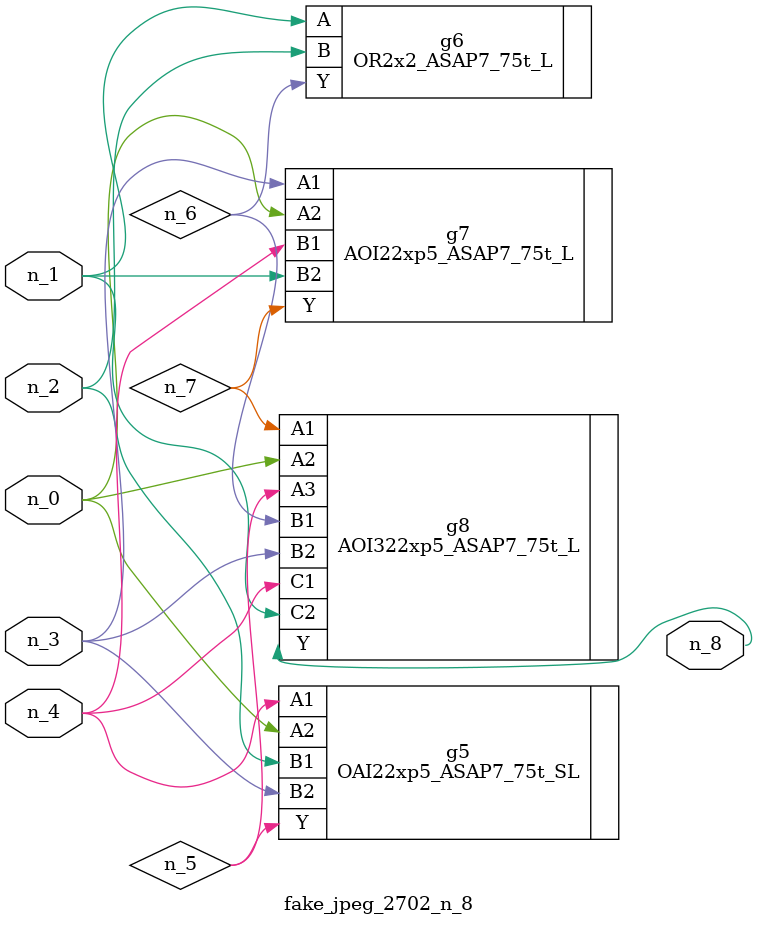
<source format=v>
module fake_jpeg_2702_n_8 (n_3, n_2, n_1, n_0, n_4, n_8);

input n_3;
input n_2;
input n_1;
input n_0;
input n_4;

output n_8;

wire n_6;
wire n_5;
wire n_7;

OAI22xp5_ASAP7_75t_SL g5 ( 
.A1(n_4),
.A2(n_0),
.B1(n_2),
.B2(n_3),
.Y(n_5)
);

OR2x2_ASAP7_75t_L g6 ( 
.A(n_1),
.B(n_2),
.Y(n_6)
);

AOI22xp5_ASAP7_75t_L g7 ( 
.A1(n_3),
.A2(n_0),
.B1(n_4),
.B2(n_1),
.Y(n_7)
);

AOI322xp5_ASAP7_75t_L g8 ( 
.A1(n_7),
.A2(n_0),
.A3(n_5),
.B1(n_6),
.B2(n_3),
.C1(n_4),
.C2(n_1),
.Y(n_8)
);


endmodule
</source>
